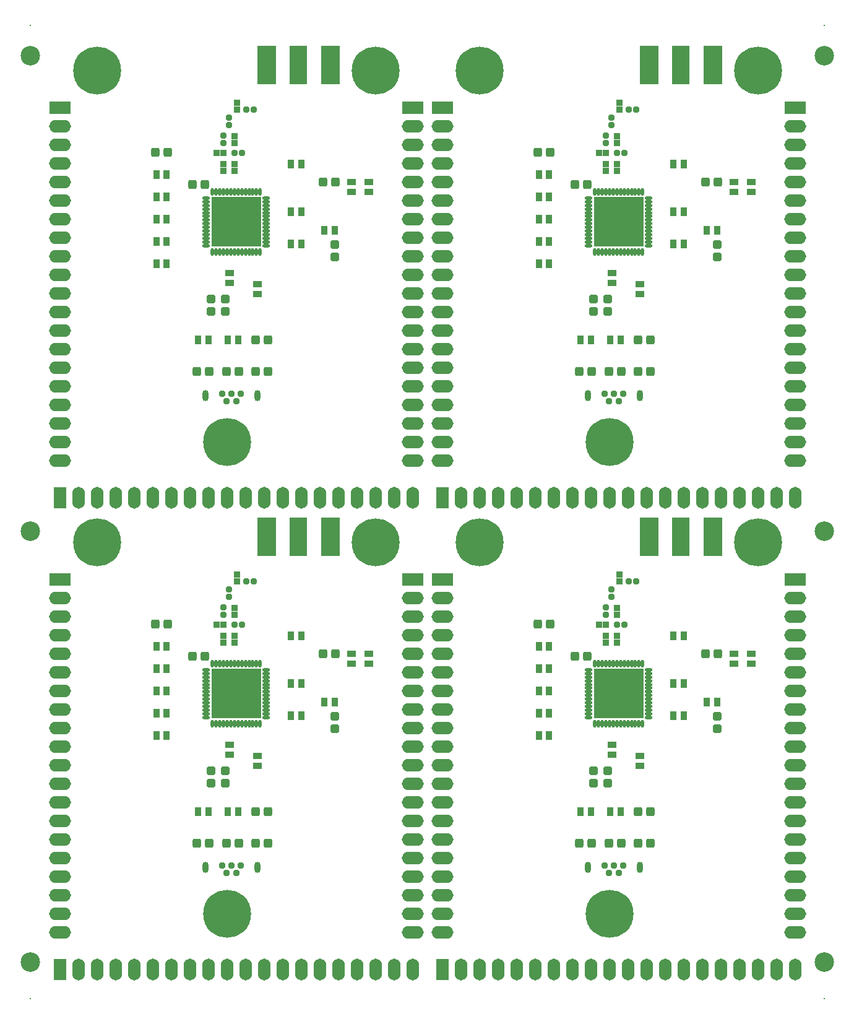
<source format=gts>
G04 Layer_Color=8388736*
%FSLAX25Y25*%
%MOIN*%
G70*
G01*
G75*
%ADD59C,0.10512*%
%ADD60R,0.03753X0.04540*%
G04:AMPARAMS|DCode=61|XSize=47.37mil|YSize=43.43mil|CornerRadius=8.43mil|HoleSize=0mil|Usage=FLASHONLY|Rotation=180.000|XOffset=0mil|YOffset=0mil|HoleType=Round|Shape=RoundedRectangle|*
%AMROUNDEDRECTD61*
21,1,0.04737,0.02657,0,0,180.0*
21,1,0.03051,0.04343,0,0,180.0*
1,1,0.01686,-0.01526,0.01329*
1,1,0.01686,0.01526,0.01329*
1,1,0.01686,0.01526,-0.01329*
1,1,0.01686,-0.01526,-0.01329*
%
%ADD61ROUNDEDRECTD61*%
G04:AMPARAMS|DCode=62|XSize=47.37mil|YSize=43.43mil|CornerRadius=8.43mil|HoleSize=0mil|Usage=FLASHONLY|Rotation=90.000|XOffset=0mil|YOffset=0mil|HoleType=Round|Shape=RoundedRectangle|*
%AMROUNDEDRECTD62*
21,1,0.04737,0.02657,0,0,90.0*
21,1,0.03051,0.04343,0,0,90.0*
1,1,0.01686,0.01329,0.01526*
1,1,0.01686,0.01329,-0.01526*
1,1,0.01686,-0.01329,-0.01526*
1,1,0.01686,-0.01329,0.01526*
%
%ADD62ROUNDEDRECTD62*%
%ADD63R,0.09816X0.20800*%
%ADD64R,0.10308X0.20800*%
%ADD65R,0.04540X0.03753*%
%ADD66R,0.03320X0.03320*%
%ADD67R,0.03320X0.03320*%
G04:AMPARAMS|DCode=68|XSize=31.62mil|YSize=31.62mil|CornerRadius=6.36mil|HoleSize=0mil|Usage=FLASHONLY|Rotation=90.000|XOffset=0mil|YOffset=0mil|HoleType=Round|Shape=RoundedRectangle|*
%AMROUNDEDRECTD68*
21,1,0.03162,0.01890,0,0,90.0*
21,1,0.01890,0.03162,0,0,90.0*
1,1,0.01272,0.00945,0.00945*
1,1,0.01272,0.00945,-0.00945*
1,1,0.01272,-0.00945,-0.00945*
1,1,0.01272,-0.00945,0.00945*
%
%ADD68ROUNDEDRECTD68*%
G04:AMPARAMS|DCode=69|XSize=31.62mil|YSize=31.62mil|CornerRadius=6.36mil|HoleSize=0mil|Usage=FLASHONLY|Rotation=180.000|XOffset=0mil|YOffset=0mil|HoleType=Round|Shape=RoundedRectangle|*
%AMROUNDEDRECTD69*
21,1,0.03162,0.01890,0,0,180.0*
21,1,0.01890,0.03162,0,0,180.0*
1,1,0.01272,-0.00945,0.00945*
1,1,0.01272,0.00945,0.00945*
1,1,0.01272,0.00945,-0.00945*
1,1,0.01272,-0.00945,-0.00945*
%
%ADD69ROUNDEDRECTD69*%
%ADD70O,0.04343X0.01784*%
%ADD71O,0.01784X0.04343*%
%ADD72R,0.26784X0.26784*%
%ADD73C,0.00800*%
G04:AMPARAMS|DCode=74|XSize=33.59mil|YSize=59.18mil|CornerRadius=16.8mil|HoleSize=0mil|Usage=FLASHONLY|Rotation=0.000|XOffset=0mil|YOffset=0mil|HoleType=Round|Shape=RoundedRectangle|*
%AMROUNDEDRECTD74*
21,1,0.03359,0.02559,0,0,0.0*
21,1,0.00000,0.05918,0,0,0.0*
1,1,0.03359,0.00000,-0.01279*
1,1,0.03359,0.00000,-0.01279*
1,1,0.03359,0.00000,0.01279*
1,1,0.03359,0.00000,0.01279*
%
%ADD74ROUNDEDRECTD74*%
%ADD75C,0.03753*%
%ADD76O,0.06800X0.11800*%
%ADD77C,0.25800*%
%ADD78R,0.11800X0.06800*%
%ADD79O,0.11800X0.06800*%
%ADD80R,0.06800X0.11800*%
%ADD81C,0.03200*%
D59*
X-7874Y500000D02*
D03*
X419874D02*
D03*
X-7874Y244094D02*
D03*
X419874D02*
D03*
Y11811D02*
D03*
X-7874D02*
D03*
D60*
X150688Y152000D02*
D03*
X156200D02*
D03*
X138212Y187500D02*
D03*
X132700D02*
D03*
Y162000D02*
D03*
X138212D02*
D03*
X65700Y182000D02*
D03*
X60188D02*
D03*
X65712Y170000D02*
D03*
X60200D02*
D03*
X65712Y158000D02*
D03*
X60200D02*
D03*
X65700Y146000D02*
D03*
X60188D02*
D03*
X65700Y134000D02*
D03*
X60188D02*
D03*
X132688Y144500D02*
D03*
X138200D02*
D03*
X88200Y93000D02*
D03*
X82688D02*
D03*
X98688D02*
D03*
X104200D02*
D03*
X356688Y152000D02*
D03*
X362200D02*
D03*
X344212Y187500D02*
D03*
X338700D02*
D03*
Y162000D02*
D03*
X344212D02*
D03*
X271700Y182000D02*
D03*
X266188D02*
D03*
X271712Y170000D02*
D03*
X266200D02*
D03*
X271712Y158000D02*
D03*
X266200D02*
D03*
X271700Y146000D02*
D03*
X266188D02*
D03*
X271700Y134000D02*
D03*
X266188D02*
D03*
X338688Y144500D02*
D03*
X344200D02*
D03*
X294200Y93000D02*
D03*
X288688D02*
D03*
X304688D02*
D03*
X310200D02*
D03*
X150688Y406000D02*
D03*
X156200D02*
D03*
X138212Y441500D02*
D03*
X132700D02*
D03*
Y416000D02*
D03*
X138212D02*
D03*
X65700Y436000D02*
D03*
X60188D02*
D03*
X65712Y424000D02*
D03*
X60200D02*
D03*
X65712Y412000D02*
D03*
X60200D02*
D03*
X65700Y400000D02*
D03*
X60188D02*
D03*
X65700Y388000D02*
D03*
X60188D02*
D03*
X132688Y398500D02*
D03*
X138200D02*
D03*
X88200Y347000D02*
D03*
X82688D02*
D03*
X98688D02*
D03*
X104200D02*
D03*
X356688Y406000D02*
D03*
X362200D02*
D03*
X344212Y441500D02*
D03*
X338700D02*
D03*
Y416000D02*
D03*
X344212D02*
D03*
X271700Y436000D02*
D03*
X266188D02*
D03*
X271712Y424000D02*
D03*
X266200D02*
D03*
X271712Y412000D02*
D03*
X266200D02*
D03*
X271700Y400000D02*
D03*
X266188D02*
D03*
X271700Y388000D02*
D03*
X266188D02*
D03*
X338688Y398500D02*
D03*
X344200D02*
D03*
X294200Y347000D02*
D03*
X288688D02*
D03*
X304688D02*
D03*
X310200D02*
D03*
D61*
X156200Y144193D02*
D03*
Y137500D02*
D03*
X89700Y108307D02*
D03*
Y115000D02*
D03*
X97200D02*
D03*
Y108307D02*
D03*
X362200Y144193D02*
D03*
Y137500D02*
D03*
X295700Y108307D02*
D03*
Y115000D02*
D03*
X303200D02*
D03*
Y108307D02*
D03*
X156200Y398193D02*
D03*
Y391500D02*
D03*
X89700Y362307D02*
D03*
Y369000D02*
D03*
X97200D02*
D03*
Y362307D02*
D03*
X362200Y398193D02*
D03*
Y391500D02*
D03*
X295700Y362307D02*
D03*
Y369000D02*
D03*
X303200D02*
D03*
Y362307D02*
D03*
D62*
X86393Y176500D02*
D03*
X79700D02*
D03*
X59700Y194000D02*
D03*
X66393D02*
D03*
X156700Y178000D02*
D03*
X150007D02*
D03*
X113507Y93000D02*
D03*
X120200D02*
D03*
Y76000D02*
D03*
X113507D02*
D03*
X104700D02*
D03*
X98007D02*
D03*
X82007D02*
D03*
X88700D02*
D03*
X292393Y176500D02*
D03*
X285700D02*
D03*
X265700Y194000D02*
D03*
X272393D02*
D03*
X362700Y178000D02*
D03*
X356007D02*
D03*
X319507Y93000D02*
D03*
X326200D02*
D03*
Y76000D02*
D03*
X319507D02*
D03*
X310700D02*
D03*
X304007D02*
D03*
X288007D02*
D03*
X294700D02*
D03*
X86393Y430500D02*
D03*
X79700D02*
D03*
X59700Y448000D02*
D03*
X66393D02*
D03*
X156700Y432000D02*
D03*
X150007D02*
D03*
X113507Y347000D02*
D03*
X120200D02*
D03*
Y330000D02*
D03*
X113507D02*
D03*
X104700D02*
D03*
X98007D02*
D03*
X82007D02*
D03*
X88700D02*
D03*
X292393Y430500D02*
D03*
X285700D02*
D03*
X265700Y448000D02*
D03*
X272393D02*
D03*
X362700Y432000D02*
D03*
X356007D02*
D03*
X319507Y347000D02*
D03*
X326200D02*
D03*
Y330000D02*
D03*
X319507D02*
D03*
X310700D02*
D03*
X304007D02*
D03*
X288007D02*
D03*
X294700D02*
D03*
D63*
X136700Y241000D02*
D03*
X342700D02*
D03*
X136700Y495000D02*
D03*
X342700D02*
D03*
D64*
X153954Y241000D02*
D03*
X119446D02*
D03*
X359954D02*
D03*
X325446D02*
D03*
X153954Y495000D02*
D03*
X119446D02*
D03*
X359954D02*
D03*
X325446D02*
D03*
D65*
X99700Y129012D02*
D03*
Y123500D02*
D03*
X114700Y123012D02*
D03*
Y117500D02*
D03*
X165200Y178012D02*
D03*
Y172500D02*
D03*
X174700Y178012D02*
D03*
Y172500D02*
D03*
X305700Y129012D02*
D03*
Y123500D02*
D03*
X320700Y123012D02*
D03*
Y117500D02*
D03*
X371200Y178012D02*
D03*
Y172500D02*
D03*
X380700Y178012D02*
D03*
Y172500D02*
D03*
X99700Y383012D02*
D03*
Y377500D02*
D03*
X114700Y377012D02*
D03*
Y371500D02*
D03*
X165200Y432012D02*
D03*
Y426500D02*
D03*
X174700Y432012D02*
D03*
Y426500D02*
D03*
X305700Y383012D02*
D03*
Y377500D02*
D03*
X320700Y377012D02*
D03*
Y371500D02*
D03*
X371200Y432012D02*
D03*
Y426500D02*
D03*
X380700Y432012D02*
D03*
Y426500D02*
D03*
D66*
X103700Y217000D02*
D03*
Y220622D02*
D03*
X102200Y199000D02*
D03*
Y202622D02*
D03*
X96200Y184000D02*
D03*
Y187622D02*
D03*
X102200Y184000D02*
D03*
Y187622D02*
D03*
X309700Y217000D02*
D03*
Y220622D02*
D03*
X308200Y199000D02*
D03*
Y202622D02*
D03*
X302200Y184000D02*
D03*
Y187622D02*
D03*
X308200Y184000D02*
D03*
Y187622D02*
D03*
X103700Y471000D02*
D03*
Y474622D02*
D03*
X102200Y453000D02*
D03*
Y456622D02*
D03*
X96200Y438000D02*
D03*
Y441622D02*
D03*
X102200Y438000D02*
D03*
Y441622D02*
D03*
X309700Y471000D02*
D03*
Y474622D02*
D03*
X308200Y453000D02*
D03*
Y456622D02*
D03*
X302200Y438000D02*
D03*
Y441622D02*
D03*
X308200Y438000D02*
D03*
Y441622D02*
D03*
D67*
X92578Y193500D02*
D03*
X96200D02*
D03*
X298578D02*
D03*
X302200D02*
D03*
X92578Y447500D02*
D03*
X96200D02*
D03*
X298578D02*
D03*
X302200D02*
D03*
D68*
X112637Y217000D02*
D03*
X108700D02*
D03*
X102200Y193500D02*
D03*
X106137D02*
D03*
X318637Y217000D02*
D03*
X314700D02*
D03*
X308200Y193500D02*
D03*
X312137D02*
D03*
X112637Y471000D02*
D03*
X108700D02*
D03*
X102200Y447500D02*
D03*
X106137D02*
D03*
X318637Y471000D02*
D03*
X314700D02*
D03*
X308200Y447500D02*
D03*
X312137D02*
D03*
D69*
X99200Y212437D02*
D03*
Y208500D02*
D03*
X96200Y202937D02*
D03*
Y199000D02*
D03*
X305200Y212437D02*
D03*
Y208500D02*
D03*
X302200Y202937D02*
D03*
Y199000D02*
D03*
X99200Y466437D02*
D03*
Y462500D02*
D03*
X96200Y456937D02*
D03*
Y453000D02*
D03*
X305200Y466437D02*
D03*
Y462500D02*
D03*
X302200Y456937D02*
D03*
Y453000D02*
D03*
D70*
X87058Y143705D02*
D03*
Y145673D02*
D03*
Y147642D02*
D03*
Y149610D02*
D03*
Y151579D02*
D03*
Y153547D02*
D03*
Y155516D02*
D03*
Y157484D02*
D03*
Y159453D02*
D03*
Y161421D02*
D03*
Y163390D02*
D03*
Y165358D02*
D03*
Y167327D02*
D03*
Y169295D02*
D03*
X119342D02*
D03*
Y167327D02*
D03*
Y165358D02*
D03*
Y163390D02*
D03*
Y161421D02*
D03*
Y159453D02*
D03*
Y157484D02*
D03*
Y155516D02*
D03*
Y153547D02*
D03*
Y151579D02*
D03*
Y149610D02*
D03*
Y147642D02*
D03*
Y145673D02*
D03*
Y143705D02*
D03*
X293058D02*
D03*
Y145673D02*
D03*
Y147642D02*
D03*
Y149610D02*
D03*
Y151579D02*
D03*
Y153547D02*
D03*
Y155516D02*
D03*
Y157484D02*
D03*
Y159453D02*
D03*
Y161421D02*
D03*
Y163390D02*
D03*
Y165358D02*
D03*
Y167327D02*
D03*
Y169295D02*
D03*
X325342D02*
D03*
Y167327D02*
D03*
Y165358D02*
D03*
Y163390D02*
D03*
Y161421D02*
D03*
Y159453D02*
D03*
Y157484D02*
D03*
Y155516D02*
D03*
Y153547D02*
D03*
Y151579D02*
D03*
Y149610D02*
D03*
Y147642D02*
D03*
Y145673D02*
D03*
Y143705D02*
D03*
X87058Y397705D02*
D03*
Y399673D02*
D03*
Y401642D02*
D03*
Y403610D02*
D03*
Y405579D02*
D03*
Y407547D02*
D03*
Y409516D02*
D03*
Y411484D02*
D03*
Y413453D02*
D03*
Y415421D02*
D03*
Y417390D02*
D03*
Y419358D02*
D03*
Y421327D02*
D03*
Y423295D02*
D03*
X119342D02*
D03*
Y421327D02*
D03*
Y419358D02*
D03*
Y417390D02*
D03*
Y415421D02*
D03*
Y413453D02*
D03*
Y411484D02*
D03*
Y409516D02*
D03*
Y407547D02*
D03*
Y405579D02*
D03*
Y403610D02*
D03*
Y401642D02*
D03*
Y399673D02*
D03*
Y397705D02*
D03*
X293058D02*
D03*
Y399673D02*
D03*
Y401642D02*
D03*
Y403610D02*
D03*
Y405579D02*
D03*
Y407547D02*
D03*
Y409516D02*
D03*
Y411484D02*
D03*
Y413453D02*
D03*
Y415421D02*
D03*
Y417390D02*
D03*
Y419358D02*
D03*
Y421327D02*
D03*
Y423295D02*
D03*
X325342D02*
D03*
Y421327D02*
D03*
Y419358D02*
D03*
Y417390D02*
D03*
Y415421D02*
D03*
Y413453D02*
D03*
Y411484D02*
D03*
Y409516D02*
D03*
Y407547D02*
D03*
Y405579D02*
D03*
Y403610D02*
D03*
Y401642D02*
D03*
Y399673D02*
D03*
Y397705D02*
D03*
D71*
X90405Y172642D02*
D03*
X92373D02*
D03*
X94342D02*
D03*
X96310D02*
D03*
X98279D02*
D03*
X100247D02*
D03*
X102216D02*
D03*
X104184D02*
D03*
X106153D02*
D03*
X108121D02*
D03*
X110090D02*
D03*
X112058D02*
D03*
X114027D02*
D03*
X115995D02*
D03*
Y140358D02*
D03*
X114027D02*
D03*
X112058D02*
D03*
X110090D02*
D03*
X108121D02*
D03*
X106153D02*
D03*
X104184D02*
D03*
X102216D02*
D03*
X100247D02*
D03*
X98279D02*
D03*
X96310D02*
D03*
X94342D02*
D03*
X92373D02*
D03*
X90405D02*
D03*
X296405Y172642D02*
D03*
X298373D02*
D03*
X300342D02*
D03*
X302310D02*
D03*
X304279D02*
D03*
X306247D02*
D03*
X308216D02*
D03*
X310184D02*
D03*
X312153D02*
D03*
X314121D02*
D03*
X316090D02*
D03*
X318058D02*
D03*
X320027D02*
D03*
X321995D02*
D03*
Y140358D02*
D03*
X320027D02*
D03*
X318058D02*
D03*
X316090D02*
D03*
X314121D02*
D03*
X312153D02*
D03*
X310184D02*
D03*
X308216D02*
D03*
X306247D02*
D03*
X304279D02*
D03*
X302310D02*
D03*
X300342D02*
D03*
X298373D02*
D03*
X296405D02*
D03*
X90405Y426642D02*
D03*
X92373D02*
D03*
X94342D02*
D03*
X96310D02*
D03*
X98279D02*
D03*
X100247D02*
D03*
X102216D02*
D03*
X104184D02*
D03*
X106153D02*
D03*
X108121D02*
D03*
X110090D02*
D03*
X112058D02*
D03*
X114027D02*
D03*
X115995D02*
D03*
Y394358D02*
D03*
X114027D02*
D03*
X112058D02*
D03*
X110090D02*
D03*
X108121D02*
D03*
X106153D02*
D03*
X104184D02*
D03*
X102216D02*
D03*
X100247D02*
D03*
X98279D02*
D03*
X96310D02*
D03*
X94342D02*
D03*
X92373D02*
D03*
X90405D02*
D03*
X296405Y426642D02*
D03*
X298373D02*
D03*
X300342D02*
D03*
X302310D02*
D03*
X304279D02*
D03*
X306247D02*
D03*
X308216D02*
D03*
X310184D02*
D03*
X312153D02*
D03*
X314121D02*
D03*
X316090D02*
D03*
X318058D02*
D03*
X320027D02*
D03*
X321995D02*
D03*
Y394358D02*
D03*
X320027D02*
D03*
X318058D02*
D03*
X316090D02*
D03*
X314121D02*
D03*
X312153D02*
D03*
X310184D02*
D03*
X308216D02*
D03*
X306247D02*
D03*
X304279D02*
D03*
X302310D02*
D03*
X300342D02*
D03*
X298373D02*
D03*
X296405D02*
D03*
D72*
X103200Y156500D02*
D03*
X309200D02*
D03*
X103200Y410500D02*
D03*
X309200D02*
D03*
D73*
X-7874Y516374D02*
D03*
X-7874Y-7874D02*
D03*
X419874D02*
D03*
Y516374D02*
D03*
D74*
X114700Y63000D02*
D03*
X86550D02*
D03*
X320700D02*
D03*
X292550D02*
D03*
X114700Y317000D02*
D03*
X86550D02*
D03*
X320700D02*
D03*
X292550D02*
D03*
D75*
X103184Y59929D02*
D03*
X105743Y63866D02*
D03*
X100625D02*
D03*
X98066Y59929D02*
D03*
X95507Y63866D02*
D03*
X309184Y59929D02*
D03*
X311743Y63866D02*
D03*
X306625D02*
D03*
X304066Y59929D02*
D03*
X301507Y63866D02*
D03*
X103184Y313929D02*
D03*
X105743Y317866D02*
D03*
X100625D02*
D03*
X98066Y313929D02*
D03*
X95507Y317866D02*
D03*
X309184Y313929D02*
D03*
X311743Y317866D02*
D03*
X306625D02*
D03*
X304066Y313929D02*
D03*
X301507Y317866D02*
D03*
D76*
X48200Y8000D02*
D03*
X28200D02*
D03*
X38200D02*
D03*
X58200D02*
D03*
X18200D02*
D03*
X68200D02*
D03*
X78200D02*
D03*
X88200D02*
D03*
X98200D02*
D03*
X108200D02*
D03*
X118200D02*
D03*
X128200D02*
D03*
X138200D02*
D03*
X148200D02*
D03*
X158200D02*
D03*
X168200D02*
D03*
X178200D02*
D03*
X188200D02*
D03*
X198200D02*
D03*
X254200D02*
D03*
X234200D02*
D03*
X244200D02*
D03*
X264200D02*
D03*
X224200D02*
D03*
X274200D02*
D03*
X284200D02*
D03*
X294200D02*
D03*
X304200D02*
D03*
X314200D02*
D03*
X324200D02*
D03*
X334200D02*
D03*
X344200D02*
D03*
X354200D02*
D03*
X364200D02*
D03*
X374200D02*
D03*
X384200D02*
D03*
X394200D02*
D03*
X404200D02*
D03*
X48200Y262000D02*
D03*
X28200D02*
D03*
X38200D02*
D03*
X58200D02*
D03*
X18200D02*
D03*
X68200D02*
D03*
X78200D02*
D03*
X88200D02*
D03*
X98200D02*
D03*
X108200D02*
D03*
X118200D02*
D03*
X128200D02*
D03*
X138200D02*
D03*
X148200D02*
D03*
X158200D02*
D03*
X168200D02*
D03*
X178200D02*
D03*
X188200D02*
D03*
X198200D02*
D03*
X254200D02*
D03*
X234200D02*
D03*
X244200D02*
D03*
X264200D02*
D03*
X224200D02*
D03*
X274200D02*
D03*
X284200D02*
D03*
X294200D02*
D03*
X304200D02*
D03*
X314200D02*
D03*
X324200D02*
D03*
X334200D02*
D03*
X344200D02*
D03*
X354200D02*
D03*
X364200D02*
D03*
X374200D02*
D03*
X384200D02*
D03*
X394200D02*
D03*
X404200D02*
D03*
D77*
X98200Y38000D02*
D03*
X28200Y238000D02*
D03*
X178200D02*
D03*
X304200Y38000D02*
D03*
X234200Y238000D02*
D03*
X384200D02*
D03*
X98200Y292000D02*
D03*
X28200Y492000D02*
D03*
X178200D02*
D03*
X304200Y292000D02*
D03*
X234200Y492000D02*
D03*
X384200D02*
D03*
D78*
X8200Y218000D02*
D03*
X198200D02*
D03*
X214200D02*
D03*
X404200D02*
D03*
X8200Y472000D02*
D03*
X198200D02*
D03*
X214200D02*
D03*
X404200D02*
D03*
D79*
X8200Y208000D02*
D03*
Y198000D02*
D03*
Y188000D02*
D03*
Y178000D02*
D03*
Y168000D02*
D03*
Y158000D02*
D03*
Y148000D02*
D03*
Y138000D02*
D03*
Y128000D02*
D03*
Y118000D02*
D03*
Y108000D02*
D03*
Y98000D02*
D03*
Y88000D02*
D03*
Y78000D02*
D03*
Y68000D02*
D03*
Y58000D02*
D03*
Y48000D02*
D03*
Y38000D02*
D03*
Y28000D02*
D03*
X198200Y208000D02*
D03*
Y198000D02*
D03*
Y188000D02*
D03*
Y178000D02*
D03*
Y168000D02*
D03*
Y158000D02*
D03*
Y148000D02*
D03*
Y138000D02*
D03*
Y128000D02*
D03*
Y118000D02*
D03*
Y108000D02*
D03*
Y98000D02*
D03*
Y88000D02*
D03*
Y78000D02*
D03*
Y68000D02*
D03*
Y58000D02*
D03*
Y48000D02*
D03*
Y38000D02*
D03*
Y28000D02*
D03*
X214200Y208000D02*
D03*
Y198000D02*
D03*
Y188000D02*
D03*
Y178000D02*
D03*
Y168000D02*
D03*
Y158000D02*
D03*
Y148000D02*
D03*
Y138000D02*
D03*
Y128000D02*
D03*
Y118000D02*
D03*
Y108000D02*
D03*
Y98000D02*
D03*
Y88000D02*
D03*
Y78000D02*
D03*
Y68000D02*
D03*
Y58000D02*
D03*
Y48000D02*
D03*
Y38000D02*
D03*
Y28000D02*
D03*
X404200Y208000D02*
D03*
Y198000D02*
D03*
Y188000D02*
D03*
Y178000D02*
D03*
Y168000D02*
D03*
Y158000D02*
D03*
Y148000D02*
D03*
Y138000D02*
D03*
Y128000D02*
D03*
Y118000D02*
D03*
Y108000D02*
D03*
Y98000D02*
D03*
Y88000D02*
D03*
Y78000D02*
D03*
Y68000D02*
D03*
Y58000D02*
D03*
Y48000D02*
D03*
Y38000D02*
D03*
Y28000D02*
D03*
X8200Y462000D02*
D03*
Y452000D02*
D03*
Y442000D02*
D03*
Y432000D02*
D03*
Y422000D02*
D03*
Y412000D02*
D03*
Y402000D02*
D03*
Y392000D02*
D03*
Y382000D02*
D03*
Y372000D02*
D03*
Y362000D02*
D03*
Y352000D02*
D03*
Y342000D02*
D03*
Y332000D02*
D03*
Y322000D02*
D03*
Y312000D02*
D03*
Y302000D02*
D03*
Y292000D02*
D03*
Y282000D02*
D03*
X198200Y462000D02*
D03*
Y452000D02*
D03*
Y442000D02*
D03*
Y432000D02*
D03*
Y422000D02*
D03*
Y412000D02*
D03*
Y402000D02*
D03*
Y392000D02*
D03*
Y382000D02*
D03*
Y372000D02*
D03*
Y362000D02*
D03*
Y352000D02*
D03*
Y342000D02*
D03*
Y332000D02*
D03*
Y322000D02*
D03*
Y312000D02*
D03*
Y302000D02*
D03*
Y292000D02*
D03*
Y282000D02*
D03*
X214200Y462000D02*
D03*
Y452000D02*
D03*
Y442000D02*
D03*
Y432000D02*
D03*
Y422000D02*
D03*
Y412000D02*
D03*
Y402000D02*
D03*
Y392000D02*
D03*
Y382000D02*
D03*
Y372000D02*
D03*
Y362000D02*
D03*
Y352000D02*
D03*
Y342000D02*
D03*
Y332000D02*
D03*
Y322000D02*
D03*
Y312000D02*
D03*
Y302000D02*
D03*
Y292000D02*
D03*
Y282000D02*
D03*
X404200Y462000D02*
D03*
Y452000D02*
D03*
Y442000D02*
D03*
Y432000D02*
D03*
Y422000D02*
D03*
Y412000D02*
D03*
Y402000D02*
D03*
Y392000D02*
D03*
Y382000D02*
D03*
Y372000D02*
D03*
Y362000D02*
D03*
Y352000D02*
D03*
Y342000D02*
D03*
Y332000D02*
D03*
Y322000D02*
D03*
Y312000D02*
D03*
Y302000D02*
D03*
Y292000D02*
D03*
Y282000D02*
D03*
D80*
X8200Y8000D02*
D03*
X214200D02*
D03*
X8200Y262000D02*
D03*
X214200D02*
D03*
D81*
X110200Y167700D02*
D03*
X105300Y164000D02*
D03*
X106700Y153200D02*
D03*
X111700Y156400D02*
D03*
X91700Y152000D02*
D03*
Y160500D02*
D03*
X316200Y167700D02*
D03*
X311300Y164000D02*
D03*
X312700Y153200D02*
D03*
X317700Y156400D02*
D03*
X297700Y152000D02*
D03*
Y160500D02*
D03*
X110200Y421700D02*
D03*
X105300Y418000D02*
D03*
X106700Y407200D02*
D03*
X111700Y410400D02*
D03*
X91700Y406000D02*
D03*
Y414500D02*
D03*
X316200Y421700D02*
D03*
X311300Y418000D02*
D03*
X312700Y407200D02*
D03*
X317700Y410400D02*
D03*
X297700Y406000D02*
D03*
Y414500D02*
D03*
M02*

</source>
